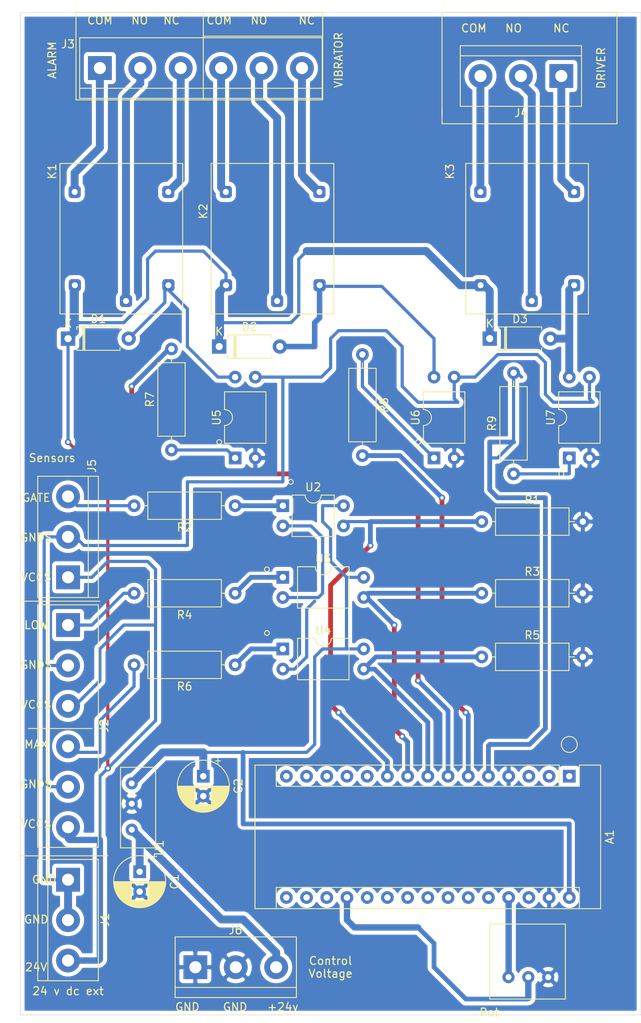
<source format=kicad_pcb>
(kicad_pcb (version 20171130) (host pcbnew "(5.1.5)-3")
  (layers (0 F.Cu signal) (31 B.Cu signal) (34 B.Paste user) (35 F.Paste user) (36 B.SilkS user) (37 F.SilkS user) (38 B.Mask user) (39 F.Mask user) (44 Edge.Cuts user))
  (net 0 "")
  (net 1 "Net-(A1-Pad19)")
  (net 2 GND)
  (net 3 "Net-(A1-Pad5)")
  (net 4 "Net-(A1-Pad6)")
  (net 5 "Net-(A1-Pad7)")
  (net 6 "Net-(A1-Pad8)")
  (net 7 "Net-(A1-Pad9)")
  (net 8 "Net-(A1-Pad10)")
  (net 9 5vref)
  (net 10 +5V)
  (net 11 24VEXT)
  (net 12 "Net-(D1-Pad2)")
  (net 13 "Net-(D2-Pad2)")
  (net 14 "Net-(D3-Pad2)")
  (net 15 GNDEX)
  (net 16 GND_S)
  (net 17 LOW_S)
  (net 18 GATE_S)
  (net 19 MAX_S)
  (net 20 "Net-(J3-Pad6)")
  (net 21 "Net-(J3-Pad5)")
  (net 22 "Net-(J3-Pad4)")
  (net 23 "Net-(J3-Pad1)")
  (net 24 "Net-(J3-Pad3)")
  (net 25 "Net-(J3-Pad2)")
  (net 26 "Net-(J4-Pad1)")
  (net 27 "Net-(J4-Pad2)")
  (net 28 "Net-(J4-Pad3)")
  (net 29 "Net-(R2-Pad1)")
  (net 30 "Net-(R4-Pad1)")
  (net 31 "Net-(R6-Pad1)")
  (net 32 "Net-(R7-Pad1)")
  (net 33 "Net-(R8-Pad1)")
  (net 34 "Net-(R9-Pad1)")
  (net 35 "Net-(C1-Pad1)")
  (module TerminalBlock:TerminalBlock_bornier-6_P5.08mm (layer F.Cu) (at 20 93 270)
    (fp_text reference J2 (at 12.65 -4.55 270) (layer F.SilkS))
    (fp_text value Screw_Terminal_01x06)
    (pad 2 thru_hole circle (at 5.08 0 270) (size 3 3) (drill 1.52) (layers *.Cu *.Mask) (net 15 GNDEX))
    (pad 3 thru_hole circle (at 10.16 0 270) (size 3 3) (drill 1.52) (layers *.Cu *.Mask) (net 11 24VEXT))
    (pad 1 thru_hole rect (at 0 0 270) (size 3 3) (drill 1.52) (layers *.Cu *.Mask) (net 17 LOW_S))
    (pad 4 thru_hole circle (at 15.24 0 270) (size 3 3) (drill 1.52) (layers *.Cu *.Mask) (net 19 MAX_S))
    (pad 5 thru_hole circle (at 20.32 0 270) (size 3 3) (drill 1.52) (layers *.Cu *.Mask) (net 15 GNDEX))
    (pad 6 thru_hole circle (at 25.4 0 270) (size 3 3) (drill 1.52) (layers *.Cu *.Mask) (net 11 24VEXT))
  )
  (module Capacitor_THT:CP_Radial_D6.3mm_P2.50mm (layer F.Cu) (at 37 112 270)
    (fp_text reference C2 (at 1.25 -4.4 270) (layer F.SilkS))
    (fp_text value 0.1uf)
    (pad 2 thru_hole circle (at 2.5 0 270) (size 1.6 1.6) (drill 0.8) (layers *.Cu *.Mask) (net 2 GND))
    (pad 1 thru_hole rect (at 0 0 270) (size 1.6 1.6) (drill 0.8) (layers *.Cu *.Mask) (net 10 +5V))
  )
  (module Capacitor_THT:CP_Radial_D6.3mm_P2.50mm (layer F.Cu) (at 29 124 270)
    (fp_text reference C1 (at 1.25 -4.4 270) (layer F.SilkS))
    (fp_text value 0.34uf)
    (pad 2 thru_hole circle (at 2.5 0 270) (size 1.6 1.6) (drill 0.8) (layers *.Cu *.Mask) (net 2 GND))
    (pad 1 thru_hole rect (at 0 0 270) (size 1.6 1.6) (drill 0.8) (layers *.Cu *.Mask) (net 35 "Net-(C1-Pad1)"))
  )
  (module Package_DIP:DIP-4_W7.62mm (layer F.Cu) (at 47 78)
    (fp_text reference U2 (at 3.81 -2.33) (layer F.SilkS))
    (fp_text value SFH617A-2X016)
    (pad 4 thru_hole oval (at 7.62 0) (size 1.6 1.6) (drill 0.8) (layers *.Cu *.Mask) (net 10 +5V))
    (pad 2 thru_hole oval (at 0 2.54) (size 1.6 1.6) (drill 0.8) (layers *.Cu *.Mask) (net 16 GND_S))
    (pad 3 thru_hole oval (at 7.62 2.54) (size 1.6 1.6) (drill 0.8) (layers *.Cu *.Mask) (net 8 "Net-(A1-Pad10)"))
    (pad 1 thru_hole rect (at 0 0) (size 1.6 1.6) (drill 0.8) (layers *.Cu *.Mask) (net 29 "Net-(R2-Pad1)"))
  )
  (module TerminalBlock:TerminalBlock_bornier-3_P5.08mm (layer F.Cu) (at 36 136)
    (fp_text reference J6 (at 5.05 -4.65) (layer F.SilkS))
    (fp_text value Screw_Terminal_01x03)
    (pad 3 thru_hole circle (at 10.16 0) (size 3 3) (drill 1.52) (layers *.Cu *.Mask) (net 35 "Net-(C1-Pad1)"))
    (pad 2 thru_hole circle (at 5.08 0) (size 3 3) (drill 1.52) (layers *.Cu *.Mask) (net 2 GND))
    (pad 1 thru_hole rect (at 0 0) (size 3 3) (drill 1.52) (layers *.Cu *.Mask) (net 2 GND))
  )
  (module Module:Arduino_Nano (layer F.Cu) (at 83 112 270)
    (fp_text reference A1 (at 7.62 -5.08 270) (layer F.SilkS))
    (fp_text value Arduino_Nano_v3.x)
    (pad 1 thru_hole rect (at 0 0 270) (size 1.6 1.6) (drill 0.8) (layers *.Cu *.Mask))
    (pad 17 thru_hole oval (at 15.24 33.02 270) (size 1.6 1.6) (drill 0.8) (layers *.Cu *.Mask))
    (pad 2 thru_hole oval (at 0 2.54 270) (size 1.6 1.6) (drill 0.8) (layers *.Cu *.Mask))
    (pad 18 thru_hole oval (at 15.24 30.48 270) (size 1.6 1.6) (drill 0.8) (layers *.Cu *.Mask))
    (pad 3 thru_hole oval (at 0 5.08 270) (size 1.6 1.6) (drill 0.8) (layers *.Cu *.Mask))
    (pad 19 thru_hole oval (at 15.24 27.94 270) (size 1.6 1.6) (drill 0.8) (layers *.Cu *.Mask) (net 1 "Net-(A1-Pad19)"))
    (pad 4 thru_hole oval (at 0 7.62 270) (size 1.6 1.6) (drill 0.8) (layers *.Cu *.Mask) (net 2 GND))
    (pad 20 thru_hole oval (at 15.24 25.4 270) (size 1.6 1.6) (drill 0.8) (layers *.Cu *.Mask))
    (pad 5 thru_hole oval (at 0 10.16 270) (size 1.6 1.6) (drill 0.8) (layers *.Cu *.Mask) (net 3 "Net-(A1-Pad5)"))
    (pad 21 thru_hole oval (at 15.24 22.86 270) (size 1.6 1.6) (drill 0.8) (layers *.Cu *.Mask))
    (pad 6 thru_hole oval (at 0 12.7 270) (size 1.6 1.6) (drill 0.8) (layers *.Cu *.Mask) (net 4 "Net-(A1-Pad6)"))
    (pad 22 thru_hole oval (at 15.24 20.32 270) (size 1.6 1.6) (drill 0.8) (layers *.Cu *.Mask))
    (pad 7 thru_hole oval (at 0 15.24 270) (size 1.6 1.6) (drill 0.8) (layers *.Cu *.Mask) (net 5 "Net-(A1-Pad7)"))
    (pad 23 thru_hole oval (at 15.24 17.78 270) (size 1.6 1.6) (drill 0.8) (layers *.Cu *.Mask))
    (pad 8 thru_hole oval (at 0 17.78 270) (size 1.6 1.6) (drill 0.8) (layers *.Cu *.Mask) (net 6 "Net-(A1-Pad8)"))
    (pad 24 thru_hole oval (at 15.24 15.24 270) (size 1.6 1.6) (drill 0.8) (layers *.Cu *.Mask))
    (pad 9 thru_hole oval (at 0 20.32 270) (size 1.6 1.6) (drill 0.8) (layers *.Cu *.Mask) (net 7 "Net-(A1-Pad9)"))
    (pad 25 thru_hole oval (at 15.24 12.7 270) (size 1.6 1.6) (drill 0.8) (layers *.Cu *.Mask))
    (pad 10 thru_hole oval (at 0 22.86 270) (size 1.6 1.6) (drill 0.8) (layers *.Cu *.Mask) (net 8 "Net-(A1-Pad10)"))
    (pad 26 thru_hole oval (at 15.24 10.16 270) (size 1.6 1.6) (drill 0.8) (layers *.Cu *.Mask))
    (pad 11 thru_hole oval (at 0 25.4 270) (size 1.6 1.6) (drill 0.8) (layers *.Cu *.Mask))
    (pad 27 thru_hole oval (at 15.24 7.62 270) (size 1.6 1.6) (drill 0.8) (layers *.Cu *.Mask) (net 9 5vref))
    (pad 12 thru_hole oval (at 0 27.94 270) (size 1.6 1.6) (drill 0.8) (layers *.Cu *.Mask))
    (pad 28 thru_hole oval (at 15.24 5.08 270) (size 1.6 1.6) (drill 0.8) (layers *.Cu *.Mask))
    (pad 13 thru_hole oval (at 0 30.48 270) (size 1.6 1.6) (drill 0.8) (layers *.Cu *.Mask))
    (pad 29 thru_hole oval (at 15.24 2.54 270) (size 1.6 1.6) (drill 0.8) (layers *.Cu *.Mask) (net 2 GND))
    (pad 14 thru_hole oval (at 0 33.02 270) (size 1.6 1.6) (drill 0.8) (layers *.Cu *.Mask))
    (pad 30 thru_hole oval (at 15.24 0 270) (size 1.6 1.6) (drill 0.8) (layers *.Cu *.Mask) (net 10 +5V))
    (pad 15 thru_hole oval (at 0 35.56 270) (size 1.6 1.6) (drill 0.8) (layers *.Cu *.Mask))
    (pad 16 thru_hole oval (at 15.24 35.56 270) (size 1.6 1.6) (drill 0.8) (layers *.Cu *.Mask))
  )
  (module TerminalBlock:TerminalBlock_bornier-3_P5.08mm (layer F.Cu) (at 20 87 90)
    (fp_text reference J5 (at 14 3 90) (layer F.SilkS))
    (fp_text value Screw_Terminal_01x03)
    (pad 3 thru_hole circle (at 10.16 0 90) (size 3 3) (drill 1.52) (layers *.Cu *.Mask) (net 18 GATE_S))
    (pad 2 thru_hole circle (at 5.08 0 90) (size 3 3) (drill 1.52) (layers *.Cu *.Mask) (net 15 GNDEX))
    (pad 1 thru_hole rect (at 0 0 90) (size 3 3) (drill 1.52) (layers *.Cu *.Mask) (net 11 24VEXT))
  )
  (module Fernando_library:SRD-24VDC-SL-C (layer F.Cu) (at 38 35 270)
    (fp_text reference K2 (at 6 1 270) (layer F.SilkS))
    (fp_text value Vibrator)
    (pad 2 thru_hole roundrect (at 3.5687 -1.8288 270) (size 1.524 1.524) (drill 0.762) (layers *.Cu *.Mask) (net 22 "Net-(J3-Pad4)"))
    (pad 5 thru_hole roundrect (at 15.2908 -1.8542 270) (size 1.524 1.524) (drill 0.762) (layers *.Cu *.Mask) (net 11 24VEXT))
    (pad 3 thru_hole roundrect (at 15.2908 -13.6144 270) (size 1.524 1.524) (drill 0.762) (layers *.Cu *.Mask) (net 13 "Net-(D2-Pad2)"))
    (pad 1 thru_hole roundrect (at 3.5687 -13.6017 270) (size 1.524 1.524) (drill 0.762) (layers *.Cu *.Mask) (net 20 "Net-(J3-Pad6)"))
    (pad 4 thru_hole roundrect (at 17.272 -8.2804 270) (size 1.524 1.524) (drill 0.762) (layers *.Cu *.Mask) (net 21 "Net-(J3-Pad5)"))
  )
  (module Fernando_library:SRD-24VDC-SL-C (layer F.Cu) (at 19 35 270)
    (fp_text reference K1 (at 1 1 270) (layer F.SilkS))
    (fp_text value Alarm)
    (pad 4 thru_hole roundrect (at 17.272 -8.2804 270) (size 1.524 1.524) (drill 0.762) (layers *.Cu *.Mask) (net 25 "Net-(J3-Pad2)"))
    (pad 1 thru_hole roundrect (at 3.5687 -13.6017 270) (size 1.524 1.524) (drill 0.762) (layers *.Cu *.Mask) (net 24 "Net-(J3-Pad3)"))
    (pad 3 thru_hole roundrect (at 15.2908 -13.6144 270) (size 1.524 1.524) (drill 0.762) (layers *.Cu *.Mask) (net 12 "Net-(D1-Pad2)"))
    (pad 5 thru_hole roundrect (at 15.2908 -1.8542 270) (size 1.524 1.524) (drill 0.762) (layers *.Cu *.Mask) (net 11 24VEXT))
    (pad 2 thru_hole roundrect (at 3.5687 -1.8288 270) (size 1.524 1.524) (drill 0.762) (layers *.Cu *.Mask) (net 23 "Net-(J3-Pad1)"))
  )
  (module Diode_THT:D_A-405_P7.62mm_Horizontal (layer F.Cu) (at 73 57)
    (fp_text reference D3 (at 3.81 -2.47) (layer F.SilkS))
    (fp_text value D)
    (fp_text user K (at 0 -1.9) (layer F.SilkS))
    (pad 1 thru_hole rect (at 0 0) (size 1.8 1.8) (drill 0.9) (layers *.Cu *.Mask) (net 11 24VEXT))
    (pad 2 thru_hole oval (at 7.62 0) (size 1.8 1.8) (drill 0.9) (layers *.Cu *.Mask) (net 14 "Net-(D3-Pad2)"))
  )
  (module Fernando_library:SRD-24VDC-SL-C (layer F.Cu) (at 70 35 270)
    (fp_text reference K3 (at 1 2 270) (layer F.SilkS))
    (fp_text value "Start Driver")
    (pad 4 thru_hole roundrect (at 17.272 -8.2804 270) (size 1.524 1.524) (drill 0.762) (layers *.Cu *.Mask) (net 27 "Net-(J4-Pad2)"))
    (pad 1 thru_hole roundrect (at 3.5687 -13.6017 270) (size 1.524 1.524) (drill 0.762) (layers *.Cu *.Mask) (net 26 "Net-(J4-Pad1)"))
    (pad 3 thru_hole roundrect (at 15.2908 -13.6144 270) (size 1.524 1.524) (drill 0.762) (layers *.Cu *.Mask) (net 14 "Net-(D3-Pad2)"))
    (pad 5 thru_hole roundrect (at 15.2908 -1.8542 270) (size 1.524 1.524) (drill 0.762) (layers *.Cu *.Mask) (net 11 24VEXT))
    (pad 2 thru_hole roundrect (at 3.5687 -1.8288 270) (size 1.524 1.524) (drill 0.762) (layers *.Cu *.Mask) (net 28 "Net-(J4-Pad3)"))
  )
  (module TerminalBlock:TerminalBlock_bornier-3_P5.08mm (layer F.Cu) (at 82 24 180)
    (fp_text reference J4 (at 5.05 -4.65 180) (layer F.SilkS))
    (fp_text value Screw_Terminal_01x03)
    (pad 1 thru_hole rect (at 0 0 180) (size 3 3) (drill 1.52) (layers *.Cu *.Mask) (net 26 "Net-(J4-Pad1)"))
    (pad 2 thru_hole circle (at 5.08 0 180) (size 3 3) (drill 1.52) (layers *.Cu *.Mask) (net 27 "Net-(J4-Pad2)"))
    (pad 3 thru_hole circle (at 10.16 0 180) (size 3 3) (drill 1.52) (layers *.Cu *.Mask) (net 28 "Net-(J4-Pad3)"))
  )
  (module Resistor_THT:R_Axial_DIN0309_L9.0mm_D3.2mm_P12.70mm_Horizontal (layer F.Cu) (at 76 74 90)
    (fp_text reference R9 (at 6.35 -2.72 90) (layer F.SilkS))
    (fp_text value 1k)
    (pad 2 thru_hole oval (at 12.7 0 90) (size 1.6 1.6) (drill 0.8) (layers *.Cu *.Mask) (net 3 "Net-(A1-Pad5)"))
    (pad 1 thru_hole circle (at 0 0 90) (size 1.6 1.6) (drill 0.8) (layers *.Cu *.Mask) (net 34 "Net-(R9-Pad1)"))
  )
  (module Resistor_THT:R_Axial_DIN0309_L9.0mm_D3.2mm_P12.70mm_Horizontal (layer F.Cu) (at 57 59 270)
    (fp_text reference R8 (at 6.35 -2.72 270) (layer F.SilkS))
    (fp_text value 1k)
    (pad 2 thru_hole oval (at 12.7 0 270) (size 1.6 1.6) (drill 0.8) (layers *.Cu *.Mask) (net 4 "Net-(A1-Pad6)"))
    (pad 1 thru_hole circle (at 0 0 270) (size 1.6 1.6) (drill 0.8) (layers *.Cu *.Mask) (net 33 "Net-(R8-Pad1)"))
  )
  (module Resistor_THT:R_Axial_DIN0309_L9.0mm_D3.2mm_P12.70mm_Horizontal (layer F.Cu) (at 33 71 90)
    (fp_text reference R7 (at 6.35 -2.72 90) (layer F.SilkS))
    (fp_text value 1k)
    (pad 2 thru_hole oval (at 12.7 0 90) (size 1.6 1.6) (drill 0.8) (layers *.Cu *.Mask) (net 5 "Net-(A1-Pad7)"))
    (pad 1 thru_hole circle (at 0 0 90) (size 1.6 1.6) (drill 0.8) (layers *.Cu *.Mask) (net 32 "Net-(R7-Pad1)"))
  )
  (module Resistor_THT:R_Axial_DIN0309_L9.0mm_D3.2mm_P12.70mm_Horizontal (layer F.Cu) (at 41 98 180)
    (fp_text reference R6 (at 6.35 -2.72) (layer F.SilkS))
    (fp_text value 1k)
    (pad 2 thru_hole oval (at 12.7 0 180) (size 1.6 1.6) (drill 0.8) (layers *.Cu *.Mask) (net 19 MAX_S))
    (pad 1 thru_hole circle (at 0 0 180) (size 1.6 1.6) (drill 0.8) (layers *.Cu *.Mask) (net 31 "Net-(R6-Pad1)"))
  )
  (module Resistor_THT:R_Axial_DIN0309_L9.0mm_D3.2mm_P12.70mm_Horizontal (layer F.Cu) (at 72 97)
    (fp_text reference R5 (at 6.35 -2.72 180) (layer F.SilkS))
    (fp_text value 1k)
    (pad 2 thru_hole oval (at 12.7 0) (size 1.6 1.6) (drill 0.8) (layers *.Cu *.Mask) (net 2 GND))
    (pad 1 thru_hole circle (at 0 0) (size 1.6 1.6) (drill 0.8) (layers *.Cu *.Mask) (net 6 "Net-(A1-Pad8)"))
  )
  (module Resistor_THT:R_Axial_DIN0309_L9.0mm_D3.2mm_P12.70mm_Horizontal (layer F.Cu) (at 41 89 180)
    (fp_text reference R4 (at 6.35 -2.72) (layer F.SilkS))
    (fp_text value 1k)
    (pad 2 thru_hole oval (at 12.7 0 180) (size 1.6 1.6) (drill 0.8) (layers *.Cu *.Mask) (net 17 LOW_S))
    (pad 1 thru_hole circle (at 0 0 180) (size 1.6 1.6) (drill 0.8) (layers *.Cu *.Mask) (net 30 "Net-(R4-Pad1)"))
  )
  (module Resistor_THT:R_Axial_DIN0309_L9.0mm_D3.2mm_P12.70mm_Horizontal (layer F.Cu) (at 72 89)
    (fp_text reference R3 (at 6.35 -2.72 180) (layer F.SilkS))
    (fp_text value 1k)
    (pad 2 thru_hole oval (at 12.7 0) (size 1.6 1.6) (drill 0.8) (layers *.Cu *.Mask) (net 2 GND))
    (pad 1 thru_hole circle (at 0 0) (size 1.6 1.6) (drill 0.8) (layers *.Cu *.Mask) (net 7 "Net-(A1-Pad9)"))
  )
  (module Resistor_THT:R_Axial_DIN0309_L9.0mm_D3.2mm_P12.70mm_Horizontal (layer F.Cu) (at 41 78 180)
    (fp_text reference R2 (at 6.35 -2.72) (layer F.SilkS))
    (fp_text value 1k)
    (pad 2 thru_hole oval (at 12.7 0 180) (size 1.6 1.6) (drill 0.8) (layers *.Cu *.Mask) (net 18 GATE_S))
    (pad 1 thru_hole circle (at 0 0 180) (size 1.6 1.6) (drill 0.8) (layers *.Cu *.Mask) (net 29 "Net-(R2-Pad1)"))
  )
  (module TerminalBlock:TerminalBlock_bornier-3_P5.08mm (layer F.Cu) (at 20 125 270)
    (fp_text reference J1 (at 5.05 -4.65 270) (layer F.SilkS))
    (fp_text value Screw_Terminal_01x03)
    (pad 3 thru_hole circle (at 10.16 0 270) (size 3 3) (drill 1.52) (layers *.Cu *.Mask) (net 11 24VEXT))
    (pad 2 thru_hole circle (at 5.08 0 270) (size 3 3) (drill 1.52) (layers *.Cu *.Mask) (net 15 GNDEX))
    (pad 1 thru_hole rect (at 0 0 270) (size 3 3) (drill 1.52) (layers *.Cu *.Mask) (net 15 GNDEX))
  )
  (module TerminalBlock:TerminalBlock_bornier-6_P5.08mm (layer F.Cu) (at 24 23)
    (fp_text reference J3 (at -4 -3) (layer F.SilkS))
    (fp_text value Screw_Terminal_01x06)
    (pad 6 thru_hole circle (at 25.4 0) (size 3 3) (drill 1.52) (layers *.Cu *.Mask) (net 20 "Net-(J3-Pad6)"))
    (pad 5 thru_hole circle (at 20.32 0) (size 3 3) (drill 1.52) (layers *.Cu *.Mask) (net 21 "Net-(J3-Pad5)"))
    (pad 4 thru_hole circle (at 15.24 0) (size 3 3) (drill 1.52) (layers *.Cu *.Mask) (net 22 "Net-(J3-Pad4)"))
    (pad 1 thru_hole rect (at 0 0) (size 3 3) (drill 1.52) (layers *.Cu *.Mask) (net 23 "Net-(J3-Pad1)"))
    (pad 3 thru_hole circle (at 10.16 0) (size 3 3) (drill 1.52) (layers *.Cu *.Mask) (net 24 "Net-(J3-Pad3)"))
    (pad 2 thru_hole circle (at 5.08 0) (size 3 3) (drill 1.52) (layers *.Cu *.Mask) (net 25 "Net-(J3-Pad2)"))
  )
  (module Fernando_library:pot_f (layer F.Cu) (at 73 140)
    (fp_text reference Pot (at -0.0508 1.6764) (layer F.SilkS))
    (fp_text value 10k)
    (pad 3 thru_hole circle (at 7.3533 -2.7559) (size 1.524 1.524) (drill 0.762) (layers *.Cu *.Mask) (net 2 GND))
    (pad 2 thru_hole circle (at 4.8514 -2.7559) (size 1.524 1.524) (drill 0.762) (layers *.Cu *.Mask) (net 1 "Net-(A1-Pad19)"))
    (pad 1 thru_hole circle (at 2.3622 -2.7559) (size 1.524 1.524) (drill 0.762) (layers *.Cu *.Mask) (net 9 5vref))
  )
  (module Fernando_library:Regulator7805 (layer F.Cu) (at 31 121 90)
    (fp_text reference U1 (at 0 0.5 90) (layer F.SilkS))
    (fp_text value L7805 hide)
    (pad 3 thru_hole circle (at 8.1026 -2.9972 90) (size 1.524 1.524) (drill 0.762) (layers *.Cu *.Mask) (net 10 +5V))
    (pad 2 thru_hole circle (at 5.5499 -2.9972 90) (size 1.524 1.524) (drill 0.762) (layers *.Cu *.Mask) (net 2 GND))
    (pad 1 thru_hole circle (at 2.286 -2.9972 90) (size 1.524 1.524) (drill 0.762) (layers *.Cu *.Mask) (net 35 "Net-(C1-Pad1)"))
  )
  (module Package_DIP:DIP-4_W10.16mm (layer F.Cu) (at 47 87)
    (fp_text reference U3 (at 5.08 -2.33) (layer F.SilkS))
    (fp_text value SFH617A-2X016)
    (pad 1 thru_hole rect (at 0 0) (size 1.6 1.6) (drill 0.8) (layers *.Cu *.Mask) (net 30 "Net-(R4-Pad1)"))
    (pad 3 thru_hole oval (at 10.16 2.54) (size 1.6 1.6) (drill 0.8) (layers *.Cu *.Mask) (net 7 "Net-(A1-Pad9)"))
    (pad 2 thru_hole oval (at 0 2.54) (size 1.6 1.6) (drill 0.8) (layers *.Cu *.Mask) (net 16 GND_S))
    (pad 4 thru_hole oval (at 10.16 0) (size 1.6 1.6) (drill 0.8) (layers *.Cu *.Mask) (net 10 +5V))
  )
  (module Package_DIP:DIP-4_W10.16mm (layer F.Cu) (at 47 96)
    (fp_text reference U4 (at 5.08 -2.33) (layer F.SilkS))
    (fp_text value SFH617A-2X016)
    (pad 4 thru_hole oval (at 10.16 0) (size 1.6 1.6) (drill 0.8) (layers *.Cu *.Mask) (net 10 +5V))
    (pad 2 thru_hole oval (at 0 2.54) (size 1.6 1.6) (drill 0.8) (layers *.Cu *.Mask) (net 16 GND_S))
    (pad 3 thru_hole oval (at 10.16 2.54) (size 1.6 1.6) (drill 0.8) (layers *.Cu *.Mask) (net 6 "Net-(A1-Pad8)"))
    (pad 1 thru_hole rect (at 0 0) (size 1.6 1.6) (drill 0.8) (layers *.Cu *.Mask) (net 31 "Net-(R6-Pad1)"))
  )
  (module Package_DIP:DIP-4_W10.16mm (layer F.Cu) (at 41 72 90)
    (fp_text reference U5 (at 5.08 -2.33 90) (layer F.SilkS))
    (fp_text value SFH617A-2X016)
    (pad 1 thru_hole rect (at 0 0 90) (size 1.6 1.6) (drill 0.8) (layers *.Cu *.Mask) (net 32 "Net-(R7-Pad1)"))
    (pad 3 thru_hole oval (at 10.16 2.54 90) (size 1.6 1.6) (drill 0.8) (layers *.Cu *.Mask) (net 15 GNDEX))
    (pad 2 thru_hole oval (at 0 2.54 90) (size 1.6 1.6) (drill 0.8) (layers *.Cu *.Mask) (net 2 GND))
    (pad 4 thru_hole oval (at 10.16 0 90) (size 1.6 1.6) (drill 0.8) (layers *.Cu *.Mask) (net 12 "Net-(D1-Pad2)"))
  )
  (module Package_DIP:DIP-4_W10.16mm (layer F.Cu) (at 66 72 90)
    (fp_text reference U6 (at 5.08 -2.33 90) (layer F.SilkS))
    (fp_text value SFH617A-2X016)
    (pad 4 thru_hole oval (at 10.16 0 90) (size 1.6 1.6) (drill 0.8) (layers *.Cu *.Mask) (net 13 "Net-(D2-Pad2)"))
    (pad 2 thru_hole oval (at 0 2.54 90) (size 1.6 1.6) (drill 0.8) (layers *.Cu *.Mask) (net 2 GND))
    (pad 3 thru_hole oval (at 10.16 2.54 90) (size 1.6 1.6) (drill 0.8) (layers *.Cu *.Mask) (net 15 GNDEX))
    (pad 1 thru_hole rect (at 0 0 90) (size 1.6 1.6) (drill 0.8) (layers *.Cu *.Mask) (net 33 "Net-(R8-Pad1)"))
  )
  (module Package_DIP:DIP-4_W10.16mm (layer F.Cu) (at 83 72 90)
    (fp_text reference U7 (at 5.08 -2.33 90) (layer F.SilkS))
    (fp_text value SFH617A-2X016)
    (pad 1 thru_hole rect (at 0 0 90) (size 1.6 1.6) (drill 0.8) (layers *.Cu *.Mask) (net 34 "Net-(R9-Pad1)"))
    (pad 3 thru_hole oval (at 10.16 2.54 90) (size 1.6 1.6) (drill 0.8) (layers *.Cu *.Mask) (net 15 GNDEX))
    (pad 2 thru_hole oval (at 0 2.54 90) (size 1.6 1.6) (drill 0.8) (layers *.Cu *.Mask) (net 2 GND))
    (pad 4 thru_hole oval (at 10.16 0 90) (size 1.6 1.6) (drill 0.8) (layers *.Cu *.Mask) (net 14 "Net-(D3-Pad2)"))
  )
  (module Diode_THT:D_A-405_P7.62mm_Horizontal (layer F.Cu) (at 20 57)
    (fp_text reference D1 (at 3.81 -2.47) (layer F.SilkS))
    (fp_text value D)
    (fp_text user K (at 0 -1.9) (layer F.SilkS))
    (pad 1 thru_hole rect (at 0 0) (size 1.8 1.8) (drill 0.9) (layers *.Cu *.Mask) (net 11 24VEXT))
    (pad 2 thru_hole oval (at 7.62 0) (size 1.8 1.8) (drill 0.9) (layers *.Cu *.Mask) (net 12 "Net-(D1-Pad2)"))
  )
  (module Diode_THT:D_A-405_P7.62mm_Horizontal (layer F.Cu) (at 39 58)
    (fp_text reference D2 (at 3.81 -2.47) (layer F.SilkS))
    (fp_text value D)
    (fp_text user K (at 0 -1.9) (layer F.SilkS))
    (pad 2 thru_hole oval (at 7.62 0) (size 1.8 1.8) (drill 0.9) (layers *.Cu *.Mask) (net 13 "Net-(D2-Pad2)"))
    (pad 1 thru_hole rect (at 0 0) (size 1.8 1.8) (drill 0.9) (layers *.Cu *.Mask) (net 11 24VEXT))
  )
  (module Resistor_THT:R_Axial_DIN0309_L9.0mm_D3.2mm_P12.70mm_Horizontal (layer F.Cu) (at 72 80)
    (fp_text reference R1 (at 6.35 -2.72 -180) (layer F.SilkS))
    (fp_text value 1k)
    (pad 1 thru_hole circle (at 0 0) (size 1.6 1.6) (drill 0.8) (layers *.Cu *.Mask) (net 8 "Net-(A1-Pad10)"))
    (pad 2 thru_hole oval (at 12.7 0) (size 1.6 1.6) (drill 0.8) (layers *.Cu *.Mask) (net 2 GND))
  )
  (gr_text GND (at 35 141) (layer F.SilkS) (effects (font (size 1 1))))
  (gr_text GND (at 41 141) (layer F.SilkS) (effects (font (size 1 1))))
  (gr_text +24v (at 47 141) (layer F.SilkS) (effects (font (size 1 1))))
  (gr_text "Control\nVoltage" (at 53 136) (layer F.SilkS) (effects (font (size 1 1))))
  (gr_circle (center 45 94) (end 45.3 94) (layer F.SilkS) (width 0.12))
  (gr_circle (center 45 86) (end 45.3 86) (layer F.SilkS) (width 0.12))
  (gr_circle (center 48 75) (end 48.3 75) (layer F.SilkS) (width 0.12))
  (gr_circle (center 39 70) (end 39.3 70) (layer F.SilkS) (width 0.12))
  (gr_circle (center 64 70) (end 64.3 70) (layer F.SilkS) (width 0.12))
  (gr_circle (center 82 74) (end 82.3 74) (layer F.SilkS) (width 0.12))
  (gr_line (start 25 122) (end 14 122) (angle 90) (layer F.SilkS) (width 0.12))
  (gr_line (start 24 90) (end 14 90) (angle 90) (layer F.SilkS) (width 0.12))
  (gr_text VCCS (at 16 87) (layer F.SilkS) (effects (font (size 1 1))))
  (gr_text VCCS (at 16 103) (layer F.SilkS) (effects (font (size 1 1))))
  (gr_text VCCS (at 16 118) (layer F.SilkS) (effects (font (size 1 1))))
  (gr_text GNDS (at 16 82) (layer F.SilkS) (effects (font (size 1 1))))
  (gr_text GNDS (at 16 98) (layer F.SilkS) (effects (font (size 1 1))))
  (gr_text GNDS (at 16 113) (layer F.SilkS) (effects (font (size 1 1))))
  (gr_line (start 15 106) (end 23 106) (angle 90) (layer F.SilkS) (width 0.12))
  (gr_line (start 67 30) (end 67 28) (angle 90) (layer F.SilkS) (width 0.12))
  (gr_line (start 89 30) (end 67 30) (angle 90) (layer F.SilkS) (width 0.12))
  (gr_line (start 89 16) (end 89 30) (angle 90) (layer F.SilkS) (width 0.12))
  (gr_line (start 67 16) (end 89 16) (angle 90) (layer F.SilkS) (width 0.12))
  (gr_line (start 67 29) (end 67 16) (angle 90) (layer F.SilkS) (width 0.12))
  (gr_line (start 37 16) (end 37 27) (angle 90) (layer F.SilkS) (width 0.12))
  (gr_line (start 52 27) (end 52 16) (angle 90) (layer F.SilkS) (width 0.12))
  (gr_line (start 21 27) (end 52 27) (angle 90) (layer F.SilkS) (width 0.12))
  (gr_line (start 21 16) (end 21 27) (angle 90) (layer F.SilkS) (width 0.12))
  (gr_line (start 52 16) (end 21 16) (angle 90) (layer F.SilkS) (width 0.12))
  (gr_line (start 52 27) (end 52 16) (angle 90) (layer F.SilkS) (width 0.12))
  (gr_text DRIVER (at 87 23 90) (layer F.SilkS) (effects (font (size 1 1))))
  (gr_text GATE (at 16 77) (layer F.SilkS) (effects (font (size 1 1))))
  (gr_text LOW (at 16 93) (layer F.SilkS) (effects (font (size 1 1))))
  (gr_text MAX (at 16 108) (layer F.SilkS) (effects (font (size 1 1))))
  (gr_text GND (at 17 125) (layer F.SilkS) (effects (font (size 1 1))))
  (gr_text GND (at 16 130) (layer F.SilkS) (effects (font (size 1 1))))
  (gr_text 24V (at 16 136) (layer F.SilkS) (effects (font (size 1 1))))
  (gr_text ALARM (at 18 22 90) (layer F.SilkS) (effects (font (size 1 1))))
  (gr_text VIBRATOR (at 54 22 90) (layer F.SilkS) (effects (font (size 1 1))))
  (gr_line (start 37 16) (end 37 17) (angle 90) (layer F.SilkS) (width 0.12))
  (gr_line (start 52 16) (end 37 16) (angle 90) (layer F.SilkS) (width 0.12))
  (gr_line (start 52 19) (end 52 16) (angle 90) (layer F.SilkS) (width 0.12))
  (gr_line (start 37 19) (end 52 19) (angle 90) (layer F.SilkS) (width 0.12))
  (gr_line (start 37 17) (end 37 19) (angle 90) (layer F.SilkS) (width 0.12))
  (gr_text NC (at 33 17) (layer F.SilkS) (effects (font (size 1 1))))
  (gr_text NO (at 29 17) (layer F.SilkS) (effects (font (size 1 1))))
  (gr_text COM (at 24 17) (layer F.SilkS) (effects (font (size 1 1))))
  (gr_text NC (at 50 17) (layer F.SilkS) (effects (font (size 1 1))))
  (gr_text NO (at 44 17) (layer F.SilkS) (effects (font (size 1 1))))
  (gr_text COM (at 39 17) (layer F.SilkS) (effects (font (size 1 1))))
  (gr_text COM (at 71 18) (layer F.SilkS) (effects (font (size 1 1))))
  (gr_text NC (at 82 18) (layer F.SilkS) (effects (font (size 1 1))))
  (gr_text NO (at 76 18) (layer F.SilkS) (effects (font (size 1 1))))
  (gr_circle (center 83 108) (end 83 109) (layer F.SilkS) (width 0.12))
  (gr_line (start 92 142) (end 14 142) (angle 90) (layer Edge.Cuts) (width 0.05))
  (gr_line (start 92 16) (end 92 142) (angle 90) (layer Edge.Cuts) (width 0.05))
  (gr_line (start 14 16) (end 92 16) (angle 90) (layer Edge.Cuts) (width 0.05))
  (gr_line (start 14 142) (end 14 16) (angle 90) (layer Edge.Cuts) (width 0.05))
  (gr_line (start 31 142) (end 14 142) (angle 90) (layer Edge.Cuts) (width 0.05))
  (gr_text "24 v dc ext" (at 20 139) (layer F.SilkS) (effects (font (size 1 1))))
  (gr_text Sensors (at 18 72) (layer F.SilkS) (effects (font (size 1 1))))
  (gr_line (start 16 142) (end 14 142) (angle 90) (layer Edge.Cuts) (width 0.05))
  (gr_line (start 92 142) (end 14 142) (angle 90) (layer Edge.Cuts) (width 0.05))
  (gr_line (start 92 16) (end 92 142) (angle 90) (layer Edge.Cuts) (width 0.05))
  (gr_line (start 80 16) (end 92 16) (angle 90) (layer Edge.Cuts) (width 0.05))
  (gr_line (start 14 16) (end 80 16) (angle 90) (layer Edge.Cuts) (width 0.05))
  (gr_line (start 14 142) (end 14 16) (angle 90) (layer Edge.Cuts) (width 0.05))
  (segment (start 56 131) (end 55.06 130.06) (width 0.6) (layer B.Cu) (net 1))
  (segment (start 64 131) (end 56 131) (width 0.6) (layer B.Cu) (net 1))
  (segment (start 66 133) (end 64 131) (width 0.6) (layer B.Cu) (net 1))
  (segment (start 66 136) (end 66 133) (width 0.6) (layer B.Cu) (net 1))
  (segment (start 70 140) (end 66 136) (width 0.6) (layer B.Cu) (net 1))
  (segment (start 77.7028 140) (end 70 140) (width 0.6) (layer B.Cu) (net 1))
  (segment (start 77.8514 139.8514) (end 77.7028 140) (width 0.6) (layer B.Cu) (net 1))
  (segment (start 77.8514 137.2441) (end 77.8514 139.8514) (width 0.8) (layer B.Cu) (net 1))
  (segment (start 55.06 127.24) (end 55.06 130.06) (width 0.8) (layer B.Cu) (net 1))
  (segment (start 55.06 130.06) (end 56 131) (width 0.8) (layer B.Cu) (net 1))
  (segment (start 56 131) (end 64 131) (width 0.8) (layer B.Cu) (net 1))
  (segment (start 76.62 61.46) (end 77 61.84) (width 0.4) (layer B.Cu) (net 3))
  (segment (start 76 61.3) (end 76 70) (width 0.4) (layer B.Cu) (net 3))
  (segment (start 76 70) (end 74 72) (width 0.4) (layer B.Cu) (net 3))
  (segment (start 74 72) (end 73 72) (width 0.4) (layer B.Cu) (net 3))
  (segment (start 73 72) (end 74 72) (width 0.4) (layer B.Cu) (net 3))
  (segment (start 74 72) (end 76 70) (width 0.4) (layer B.Cu) (net 3))
  (segment (start 76 70) (end 73 70) (width 0.6) (layer B.Cu) (net 3))
  (segment (start 72.84 108.16) (end 72.84 112) (width 0.6) (layer B.Cu) (net 3))
  (segment (start 73 108) (end 72.84 108.16) (width 0.6) (layer B.Cu) (net 3))
  (segment (start 78 108) (end 73 108) (width 0.6) (layer B.Cu) (net 3))
  (segment (start 80 106) (end 78 108) (width 0.6) (layer B.Cu) (net 3))
  (segment (start 80 77) (end 80 106) (width 0.6) (layer B.Cu) (net 3))
  (segment (start 74 77) (end 80 77) (width 0.6) (layer B.Cu) (net 3))
  (segment (start 73 76) (end 74 77) (width 0.6) (layer B.Cu) (net 3))
  (segment (start 73 70) (end 73 76) (width 0.6) (layer B.Cu) (net 3))
  (segment (start 70.3 112) (end 70.3 104.3) (width 0.6) (layer B.Cu) (net 4))
  (segment (start 70.3 104.3) (end 70 104) (width 0.6) (layer B.Cu) (net 4))
  (via (at 70 104) (size 0.8) (drill 0.4) (layers F.Cu B.Cu) (net 4))
  (segment (start 70 104) (end 67 101) (width 0.6) (layer F.Cu) (net 4))
  (segment (start 67 101) (end 67 77) (width 0.6) (layer F.Cu) (net 4))
  (via (at 67 77) (size 0.8) (drill 0.4) (layers F.Cu B.Cu) (net 4))
  (segment (start 67 77) (end 61.7 71.7) (width 0.6) (layer B.Cu) (net 4))
  (segment (start 61.7 71.7) (end 57 71.7) (width 0.6) (layer B.Cu) (net 4))
  (segment (start 67.76 112) (end 67.76 103.76) (width 0.6) (layer B.Cu) (net 5))
  (segment (start 67.76 103.76) (end 64 100) (width 0.6) (layer B.Cu) (net 5))
  (via (at 64 100) (size 0.8) (drill 0.4) (layers F.Cu B.Cu) (net 5))
  (segment (start 64 100) (end 64 76) (width 0.6) (layer F.Cu) (net 5))
  (segment (start 64 76) (end 62 74) (width 0.6) (layer F.Cu) (net 5))
  (segment (start 62 74) (end 31 74) (width 0.6) (layer F.Cu) (net 5))
  (segment (start 31 74) (end 28 71) (width 0.6) (layer F.Cu) (net 5))
  (segment (start 28 71) (end 28 63) (width 0.6) (layer F.Cu) (net 5))
  (via (at 28 63) (size 0.8) (drill 0.4) (layers F.Cu B.Cu) (net 5))
  (segment (start 28 63) (end 32.7 58.3) (width 0.6) (layer B.Cu) (net 5))
  (segment (start 32.7 58.3) (end 33 58.3) (width 0.6) (layer B.Cu) (net 5))
  (segment (start 72 97) (end 58.7 97) (width 0.6) (layer B.Cu) (net 6))
  (segment (start 58.7 97) (end 57.16 98.54) (width 0.6) (layer B.Cu) (net 6))
  (segment (start 57.16 98.54) (end 58.54 98.54) (width 0.6) (layer B.Cu) (net 6))
  (segment (start 58.54 98.54) (end 65.22 105.22) (width 0.6) (layer B.Cu) (net 6))
  (segment (start 65.22 105.22) (end 65.22 112) (width 0.6) (layer B.Cu) (net 6))
  (segment (start 72 89) (end 57.7 89) (width 0.6) (layer B.Cu) (net 7))
  (segment (start 57.7 89) (end 57.16 89.54) (width 0.6) (layer B.Cu) (net 7))
  (segment (start 62.68 112) (end 62.68 107.68) (width 0.6) (layer B.Cu) (net 7))
  (segment (start 62.68 107.68) (end 62 107) (width 0.6) (layer B.Cu) (net 7))
  (via (at 62 107) (size 0.8) (drill 0.4) (layers F.Cu B.Cu) (net 7))
  (segment (start 62 107) (end 61 106) (width 0.6) (layer F.Cu) (net 7))
  (segment (start 61 106) (end 61 93) (width 0.6) (layer F.Cu) (net 7))
  (via (at 61 93) (size 0.8) (drill 0.4) (layers F.Cu B.Cu) (net 7))
  (segment (start 61 93) (end 57.54 89.54) (width 0.6) (layer B.Cu) (net 7))
  (segment (start 57.54 89.54) (end 57.16 89.54) (width 0.6) (layer B.Cu) (net 7))
  (segment (start 72 80) (end 58 80) (width 0.6) (layer B.Cu) (net 8))
  (segment (start 58 80) (end 55.16 80) (width 0.4) (layer B.Cu) (net 8))
  (segment (start 55.16 80) (end 54.62 80.54) (width 0.4) (layer B.Cu) (net 8))
  (segment (start 60.14 112) (end 60.14 110.14) (width 0.6) (layer B.Cu) (net 8))
  (segment (start 60.14 110.14) (end 54 104) (width 0.6) (layer B.Cu) (net 8))
  (via (at 54 104) (size 0.8) (drill 0.4) (layers F.Cu B.Cu) (net 8))
  (segment (start 54 104) (end 53 103) (width 0.6) (layer F.Cu) (net 8))
  (segment (start 53 103) (end 53 88) (width 0.6) (layer F.Cu) (net 8))
  (segment (start 53 88) (end 58 83) (width 0.6) (layer F.Cu) (net 8))
  (via (at 58 83) (size 0.8) (drill 0.4) (layers F.Cu B.Cu) (net 8))
  (segment (start 58 83) (end 58 80) (width 0.6) (layer B.Cu) (net 8))
  (segment (start 75.38 127.24) (end 75.38 137.2263) (width 0.8) (layer B.Cu) (net 9))
  (segment (start 75.38 137.2263) (end 75.3622 137.2441) (width 0.8) (layer B.Cu) (net 9))
  (segment (start 57.16 96) (end 55 96) (width 0.4) (layer B.Cu) (net 10))
  (segment (start 55 96) (end 52 96) (width 0.4) (layer B.Cu) (net 10))
  (segment (start 50 109) (end 42 109) (width 0.4) (layer B.Cu) (net 10))
  (segment (start 42 109) (end 37 109) (width 0.4) (layer B.Cu) (net 10))
  (segment (start 37 109) (end 36 109) (width 0.4) (layer B.Cu) (net 10))
  (segment (start 36 109) (end 33 109) (width 0.4) (layer B.Cu) (net 10))
  (segment (start 33 109) (end 31.9002 109) (width 0.4) (layer B.Cu) (net 10))
  (segment (start 51 108) (end 50 109) (width 0.4) (layer B.Cu) (net 10))
  (segment (start 51 97) (end 51 108) (width 0.4) (layer B.Cu) (net 10))
  (segment (start 52 96) (end 51 97) (width 0.4) (layer B.Cu) (net 10))
  (segment (start 57.16 87) (end 55 87) (width 0.4) (layer B.Cu) (net 10))
  (segment (start 55 87) (end 55 96) (width 0.4) (layer B.Cu) (net 10))
  (segment (start 54.62 78) (end 52 78) (width 0.4) (layer B.Cu) (net 10))
  (segment (start 53 85) (end 55 87) (width 0.4) (layer B.Cu) (net 10))
  (segment (start 53 81) (end 53 85) (width 0.4) (layer B.Cu) (net 10))
  (segment (start 52 80) (end 53 81) (width 0.4) (layer B.Cu) (net 10))
  (segment (start 52 79) (end 52 80) (width 0.4) (layer B.Cu) (net 10))
  (segment (start 52 78) (end 52 79) (width 0.4) (layer B.Cu) (net 10))
  (segment (start 37 112) (end 37 109) (width 1) (layer B.Cu) (net 10))
  (segment (start 28.0028 112.8974) (end 31.9002 109) (width 1) (layer B.Cu) (net 10))
  (segment (start 31.9002 109) (end 37 109) (width 1) (layer B.Cu) (net 10))
  (segment (start 83 127.24) (end 83 118) (width 0.6) (layer B.Cu) (net 10))
  (segment (start 42 118) (end 42 109) (width 0.6) (layer B.Cu) (net 10))
  (segment (start 83 118) (end 42 118) (width 0.6) (layer B.Cu) (net 10))
  (segment (start 20 57) (end 20 70) (width 0.4) (layer B.Cu) (net 11))
  (via (at 20 70) (size 0.8) (drill 0.4) (layers F.Cu B.Cu) (net 11))
  (segment (start 20 70) (end 21 71) (width 0.4) (layer F.Cu) (net 11))
  (segment (start 21 71) (end 24 71) (width 0.4) (layer F.Cu) (net 11))
  (segment (start 24 71) (end 25 72) (width 0.4) (layer F.Cu) (net 11))
  (segment (start 25 72) (end 25 111) (width 0.4) (layer F.Cu) (net 11))
  (via (at 25 111) (size 0.8) (drill 0.4) (layers F.Cu B.Cu) (net 11))
  (segment (start 25 111) (end 24 112) (width 0.4) (layer B.Cu) (net 11))
  (segment (start 24 112) (end 24 120) (width 0.4) (layer B.Cu) (net 11))
  (segment (start 24 120) (end 24 120.16) (width 0.4) (layer B.Cu) (net 11))
  (segment (start 39.3983 56.6017) (end 39 57) (width 0.4) (layer B.Cu) (net 11))
  (segment (start 39.3983 50.4313) (end 39.3983 56.6017) (width 0.4) (layer B.Cu) (net 11))
  (segment (start 39.3983 50.4313) (end 39.3983 56.6017) (width 0.4) (layer B.Cu) (net 11))
  (segment (start 39.3983 56.6017) (end 39 57) (width 0.4) (layer B.Cu) (net 11))
  (segment (start 72.2908 50.2908) (end 71.8542 50.2908) (width 0.4) (layer B.Cu) (net 11))
  (segment (start 73 51) (end 72.2908 50.2908) (width 0.4) (layer B.Cu) (net 11))
  (segment (start 20.3983 56.6017) (end 20 57) (width 0.4) (layer B.Cu) (net 11))
  (segment (start 20.3983 50.4313) (end 20.3983 55) (width 0.4) (layer B.Cu) (net 11))
  (segment (start 20.3983 55) (end 20.3983 56.6017) (width 0.4) (layer B.Cu) (net 11))
  (segment (start 39.8542 50.2908) (end 39.8542 48.8542) (width 0.4) (layer B.Cu) (net 11))
  (segment (start 39.8542 48.8542) (end 37 46) (width 0.4) (layer B.Cu) (net 11))
  (segment (start 37 46) (end 31 46) (width 0.4) (layer B.Cu) (net 11))
  (segment (start 31 46) (end 30 47) (width 0.4) (layer B.Cu) (net 11))
  (segment (start 30 47) (end 30 52) (width 0.4) (layer B.Cu) (net 11))
  (segment (start 30 52) (end 27 55) (width 0.4) (layer B.Cu) (net 11))
  (segment (start 27 55) (end 20.3983 55) (width 0.4) (layer B.Cu) (net 11))
  (segment (start 39 55) (end 39 58) (width 0.4) (layer B.Cu) (net 11))
  (segment (start 69.2908 50.2908) (end 65 46) (width 0.4) (layer B.Cu) (net 11))
  (segment (start 50 46) (end 49 47) (width 0.4) (layer B.Cu) (net 11))
  (segment (start 49 47) (end 49 54) (width 0.4) (layer B.Cu) (net 11))
  (segment (start 49 54) (end 48 55) (width 0.4) (layer B.Cu) (net 11))
  (segment (start 48 55) (end 39 55) (width 0.4) (layer B.Cu) (net 11))
  (segment (start 39 58) (end 39 51.145) (width 1) (layer B.Cu) (net 11))
  (segment (start 39 51.145) (end 39.8542 50.2908) (width 1) (layer B.Cu) (net 11))
  (segment (start 73 57) (end 73 51) (width 1) (layer B.Cu) (net 11))
  (segment (start 73 51) (end 72.2908 50.2908) (width 1) (layer B.Cu) (net 11))
  (segment (start 72.2908 50.2908) (end 71.8542 50.2908) (width 1) (layer B.Cu) (net 11))
  (segment (start 71.8542 50.2908) (end 69.2908 50.2908) (width 1) (layer B.Cu) (net 11))
  (segment (start 69.2908 50.2908) (end 65 46) (width 1) (layer B.Cu) (net 11))
  (segment (start 65 46) (end 50 46) (width 1) (layer B.Cu) (net 11))
  (segment (start 20.8542 50.2908) (end 20.8542 56.1458) (width 1) (layer B.Cu) (net 11))
  (segment (start 20.8542 56.1458) (end 20 57) (width 1) (layer B.Cu) (net 11))
  (segment (start 31 105) (end 25 111) (width 0.4) (layer B.Cu) (net 11))
  (segment (start 31 93) (end 31 105) (width 0.4) (layer B.Cu) (net 11))
  (segment (start 20 103.16) (end 20.84 103.16) (width 0.4) (layer B.Cu) (net 11))
  (segment (start 27 93) (end 31 93) (width 0.4) (layer B.Cu) (net 11))
  (segment (start 24 96) (end 27 93) (width 0.4) (layer B.Cu) (net 11))
  (segment (start 24 100) (end 24 96) (width 0.4) (layer B.Cu) (net 11))
  (segment (start 20.84 103.16) (end 24 100) (width 0.4) (layer B.Cu) (net 11))
  (segment (start 24 120.16) (end 20 120.16) (width 0.4) (layer B.Cu) (net 11))
  (segment (start 20 120.16) (end 20 118.4) (width 0.4) (layer B.Cu) (net 11))
  (segment (start 20 87) (end 23 87) (width 0.4) (layer B.Cu) (net 11))
  (segment (start 31 86) (end 31 93) (width 0.4) (layer B.Cu) (net 11))
  (segment (start 30 85) (end 31 86) (width 0.4) (layer B.Cu) (net 11))
  (segment (start 25 85) (end 30 85) (width 0.4) (layer B.Cu) (net 11))
  (segment (start 23 87) (end 25 85) (width 0.4) (layer B.Cu) (net 11))
  (segment (start 24 120.16) (end 24 135) (width 0.8) (layer B.Cu) (net 11))
  (segment (start 23.84 135.16) (end 20 135.16) (width 0.8) (layer B.Cu) (net 11))
  (segment (start 24 135) (end 23.84 135.16) (width 0.8) (layer B.Cu) (net 11))
  (segment (start 24 120) (end 20.16 120) (width 0.8) (layer B.Cu) (net 11))
  (segment (start 20 119.84) (end 20 118.4) (width 0.8) (layer B.Cu) (net 11))
  (segment (start 20.16 120) (end 20 119.84) (width 0.8) (layer B.Cu) (net 11))
  (segment (start 32.1712 50.4313) (end 32.1712 52.4488) (width 0.4) (layer B.Cu) (net 12))
  (segment (start 32.1712 52.4488) (end 27.62 57) (width 0.4) (layer B.Cu) (net 12))
  (segment (start 41 61.84) (end 38.84 61.84) (width 0.4) (layer B.Cu) (net 12))
  (segment (start 35 53.2601) (end 32.1712 50.4313) (width 0.4) (layer B.Cu) (net 12))
  (segment (start 35 58) (end 35 53.2601) (width 0.4) (layer B.Cu) (net 12))
  (segment (start 38.84 61.84) (end 35 58) (width 0.4) (layer B.Cu) (net 12))
  (segment (start 59.4313 50.4313) (end 51.1712 50.4313) (width 0.4) (layer B.Cu) (net 13))
  (segment (start 66 57) (end 59.4313 50.4313) (width 0.4) (layer B.Cu) (net 13))
  (segment (start 46.62 58) (end 51 58) (width 0.7) (layer B.Cu) (net 13))
  (segment (start 51.6144 54.3856) (end 51.6144 50.2908) (width 0.7) (layer B.Cu) (net 13))
  (segment (start 51 55) (end 51.6144 54.3856) (width 0.7) (layer B.Cu) (net 13))
  (segment (start 51 58) (end 51 55) (width 0.7) (layer B.Cu) (net 13))
  (segment (start 66 61.84) (end 66 57) (width 0.4) (layer B.Cu) (net 13))
  (segment (start 83 61.84) (end 83 59.38) (width 0.4) (layer B.Cu) (net 14))
  (segment (start 83 61.84) (end 83 57) (width 0.4) (layer B.Cu) (net 14))
  (segment (start 83 57) (end 83 50.9052) (width 0.4) (layer B.Cu) (net 14))
  (segment (start 83 50.9052) (end 83.6144 50.2908) (width 0.4) (layer B.Cu) (net 14))
  (segment (start 83.6144 50.2908) (end 83 50.9052) (width 1) (layer B.Cu) (net 14))
  (segment (start 83 50.9052) (end 83 61.84) (width 1) (layer B.Cu) (net 14))
  (segment (start 83 57) (end 80.62 57) (width 1) (layer B.Cu) (net 14))
  (segment (start 43.54 61.84) (end 47 61.84) (width 0.4) (layer B.Cu) (net 15))
  (segment (start 47 61.84) (end 49 61.84) (width 0.4) (layer B.Cu) (net 15))
  (segment (start 49 61.84) (end 51.84 61.84) (width 0.4) (layer B.Cu) (net 15))
  (segment (start 68.54 64.54) (end 68.54 61.84) (width 0.4) (layer B.Cu) (net 15))
  (segment (start 69 65) (end 68.54 64.54) (width 0.4) (layer B.Cu) (net 15))
  (segment (start 64 65) (end 69 65) (width 0.4) (layer B.Cu) (net 15))
  (segment (start 62 63) (end 64 65) (width 0.4) (layer B.Cu) (net 15))
  (segment (start 62 58) (end 62 63) (width 0.4) (layer B.Cu) (net 15))
  (segment (start 60 56) (end 62 58) (width 0.4) (layer B.Cu) (net 15))
  (segment (start 54 56) (end 60 56) (width 0.4) (layer B.Cu) (net 15))
  (segment (start 53 57) (end 54 56) (width 0.4) (layer B.Cu) (net 15))
  (segment (start 53 60.68) (end 53 57) (width 0.4) (layer B.Cu) (net 15))
  (segment (start 51.84 61.84) (end 53 60.68) (width 0.4) (layer B.Cu) (net 15))
  (segment (start 68.54 61.84) (end 71.16 61.84) (width 0.4) (layer B.Cu) (net 15))
  (segment (start 85.54 64.54) (end 85.54 61.84) (width 0.4) (layer B.Cu) (net 15))
  (segment (start 86 65) (end 85.54 64.54) (width 0.4) (layer B.Cu) (net 15))
  (segment (start 81 65) (end 86 65) (width 0.4) (layer B.Cu) (net 15))
  (segment (start 80 64) (end 81 65) (width 0.4) (layer B.Cu) (net 15))
  (segment (start 80 60) (end 80 64) (width 0.4) (layer B.Cu) (net 15))
  (segment (start 79 59) (end 80 60) (width 0.4) (layer B.Cu) (net 15))
  (segment (start 74 59) (end 79 59) (width 0.4) (layer B.Cu) (net 15))
  (segment (start 71.16 61.84) (end 74 59) (width 0.4) (layer B.Cu) (net 15))
  (segment (start 20 130.08) (end 20 125) (width 1) (layer B.Cu) (net 15))
  (segment (start 20 113.32) (end 17.68 113.32) (width 0.4) (layer B.Cu) (net 15))
  (segment (start 17.08 98.08) (end 20 98.08) (width 0.4) (layer B.Cu) (net 15))
  (segment (start 17 98) (end 17.08 98.08) (width 0.4) (layer B.Cu) (net 15))
  (segment (start 17 112.64) (end 17 112) (width 0.4) (layer B.Cu) (net 15))
  (segment (start 17 112) (end 17 98) (width 0.4) (layer B.Cu) (net 15))
  (segment (start 17.68 113.32) (end 17 112.64) (width 0.4) (layer B.Cu) (net 15))
  (segment (start 17 98) (end 17 82) (width 0.4) (layer B.Cu) (net 15))
  (segment (start 17 82) (end 17.08 81.92) (width 0.4) (layer B.Cu) (net 15))
  (segment (start 17.08 81.92) (end 20 81.92) (width 0.4) (layer B.Cu) (net 15))
  (segment (start 17 112) (end 17 125) (width 0.4) (layer B.Cu) (net 15))
  (segment (start 17 125) (end 20 125) (width 0.4) (layer B.Cu) (net 15))
  (segment (start 47 61.84) (end 47 75) (width 0.4) (layer B.Cu) (net 15))
  (segment (start 20.92 81.92) (end 20 81.92) (width 0.4) (layer B.Cu) (net 15))
  (segment (start 22 83) (end 20.92 81.92) (width 0.4) (layer B.Cu) (net 15))
  (segment (start 35 83) (end 22 83) (width 0.4) (layer B.Cu) (net 15))
  (segment (start 35 75) (end 35 83) (width 0.4) (layer B.Cu) (net 15))
  (segment (start 47 75) (end 35 75) (width 0.4) (layer B.Cu) (net 15))
  (segment (start 47 80.54) (end 50.54 80.54) (width 0.4) (layer B.Cu) (net 16))
  (segment (start 51.46 89.54) (end 47 89.54) (width 0.4) (layer B.Cu) (net 16))
  (segment (start 52 89) (end 51.46 89.54) (width 0.4) (layer B.Cu) (net 16))
  (segment (start 52 82) (end 52 89) (width 0.4) (layer B.Cu) (net 16))
  (segment (start 50.54 80.54) (end 52 82) (width 0.4) (layer B.Cu) (net 16))
  (segment (start 47 98.54) (end 48.46 98.54) (width 0.4) (layer B.Cu) (net 16))
  (segment (start 50 91) (end 51 90) (width 0.4) (layer B.Cu) (net 16))
  (segment (start 50 97) (end 50 91) (width 0.4) (layer B.Cu) (net 16))
  (segment (start 48.46 98.54) (end 50 97) (width 0.4) (layer B.Cu) (net 16))
  (segment (start 28.3 89) (end 27 89) (width 0.4) (layer B.Cu) (net 17))
  (segment (start 23 93) (end 20 93) (width 0.4) (layer B.Cu) (net 17))
  (segment (start 27 89) (end 23 93) (width 0.4) (layer B.Cu) (net 17))
  (segment (start 28.3 78) (end 21.16 78) (width 0.4) (layer B.Cu) (net 18))
  (segment (start 21.16 78) (end 20 76.84) (width 0.4) (layer B.Cu) (net 18))
  (segment (start 28.3 98) (end 28.3 100.7) (width 0.4) (layer B.Cu) (net 19))
  (segment (start 20.24 108.24) (end 20 108.24) (width 0.4) (layer B.Cu) (net 19))
  (segment (start 21 109) (end 20.24 108.24) (width 0.4) (layer B.Cu) (net 19))
  (segment (start 24 109) (end 21 109) (width 0.4) (layer B.Cu) (net 19))
  (segment (start 24 105) (end 24 109) (width 0.4) (layer B.Cu) (net 19))
  (segment (start 28.3 100.7) (end 24 105) (width 0.4) (layer B.Cu) (net 19))
  (segment (start 49.4 23) (end 49.4 36.9634) (width 0.4) (layer B.Cu) (net 20))
  (segment (start 49.4 36.9634) (end 51.1458 38.7092) (width 0.4) (layer B.Cu) (net 20))
  (segment (start 51.6017 38.5687) (end 51.5687 38.5687) (width 1) (layer B.Cu) (net 20))
  (segment (start 49.4 36.4) (end 49.4 23) (width 1) (layer B.Cu) (net 20))
  (segment (start 51.5687 38.5687) (end 49.4 36.4) (width 1) (layer B.Cu) (net 20))
  (segment (start 44.32 27.32) (end 44.32 23) (width 0.4) (layer B.Cu) (net 21))
  (segment (start 46.2804 29.2804) (end 44.32 27.32) (width 0.4) (layer B.Cu) (net 21))
  (segment (start 46.2804 52.272) (end 46.2804 29.2804) (width 1) (layer B.Cu) (net 21))
  (segment (start 46.2804 29.2804) (end 44 27) (width 1) (layer B.Cu) (net 21))
  (segment (start 44 27) (end 44 23.32) (width 1) (layer B.Cu) (net 21))
  (segment (start 44 23.32) (end 44.32 23) (width 1) (layer B.Cu) (net 21))
  (segment (start 39.24 23) (end 39.24 38.5636) (width 0.4) (layer B.Cu) (net 22))
  (segment (start 39.24 38.5636) (end 39.3856 38.7092) (width 0.4) (layer B.Cu) (net 22))
  (segment (start 39.24 23) (end 39.24 37.9799) (width 1) (layer B.Cu) (net 22))
  (segment (start 39.24 37.9799) (end 39.8288 38.5687) (width 1) (layer B.Cu) (net 22))
  (segment (start 20.8288 38.5687) (end 20.8288 36.1712) (width 1) (layer B.Cu) (net 23))
  (segment (start 24 33) (end 24 23) (width 1) (layer B.Cu) (net 23))
  (segment (start 20.8288 36.1712) (end 24 33) (width 1) (layer B.Cu) (net 23))
  (segment (start 34.16 23) (end 34.16 36.695) (width 0.4) (layer B.Cu) (net 24))
  (segment (start 34.16 36.695) (end 32.1458 38.7092) (width 0.4) (layer B.Cu) (net 24))
  (segment (start 34.16 23) (end 34.16 37.0104) (width 1) (layer B.Cu) (net 24))
  (segment (start 34.16 37.0104) (end 32.6017 38.5687) (width 1) (layer B.Cu) (net 24))
  (segment (start 27.2804 52.272) (end 27.2804 26.7196) (width 1) (layer B.Cu) (net 25))
  (segment (start 29.08 24.92) (end 29.08 23) (width 1) (layer B.Cu) (net 25))
  (segment (start 27.2804 26.7196) (end 29.08 24.92) (width 1) (layer B.Cu) (net 25))
  (segment (start 82 24) (end 82 36.967) (width 0.4) (layer B.Cu) (net 26))
  (segment (start 83.6017 38.5687) (end 82 36.967) (width 1) (layer B.Cu) (net 26))
  (segment (start 82 36.967) (end 82 24) (width 1) (layer B.Cu) (net 26))
  (segment (start 76.92 24) (end 76.92 24.92) (width 1) (layer B.Cu) (net 27))
  (segment (start 78.2804 26.2804) (end 78.2804 52.272) (width 1) (layer B.Cu) (net 27))
  (segment (start 76.92 24.92) (end 78.2804 26.2804) (width 1) (layer B.Cu) (net 27))
  (segment (start 71.8288 38.5687) (end 71.8288 24.0112) (width 1) (layer B.Cu) (net 28))
  (segment (start 71.8288 24.0112) (end 71.84 24) (width 1) (layer B.Cu) (net 28))
  (segment (start 47 78) (end 41 78) (width 0.6) (layer B.Cu) (net 29))
  (segment (start 47 87) (end 43 87) (width 0.6) (layer B.Cu) (net 30))
  (segment (start 43 87) (end 41 89) (width 0.6) (layer B.Cu) (net 30))
  (segment (start 47 96) (end 43 96) (width 0.6) (layer B.Cu) (net 31))
  (segment (start 43 96) (end 41 98) (width 0.6) (layer B.Cu) (net 31))
  (segment (start 33 71) (end 40 71) (width 0.4) (layer B.Cu) (net 32))
  (segment (start 40 71) (end 41 72) (width 0.4) (layer B.Cu) (net 32))
  (segment (start 57 59) (end 57 63) (width 0.4) (layer B.Cu) (net 33))
  (segment (start 57 63) (end 66 72) (width 0.4) (layer B.Cu) (net 33))
  (segment (start 76 74) (end 83 74) (width 0.4) (layer B.Cu) (net 34))
  (segment (start 83 74) (end 83 72) (width 0.4) (layer B.Cu) (net 34))
  (segment (start 46.16 134.16) (end 42 130) (width 0.7) (layer B.Cu) (net 35))
  (segment (start 42 130) (end 39.2888 130) (width 0.7) (layer B.Cu) (net 35))
  (segment (start 39.2888 130) (end 28.0028 118.714) (width 0.7) (layer B.Cu) (net 35))
  (segment (start 29 124) (end 29 119.7112) (width 1) (layer B.Cu) (net 35))
  (segment (start 29 119.7112) (end 28.0028 118.714) (width 1) (layer B.Cu) (net 35))
  (segment (start 46.16 136) (end 46.16 134.16) (width 1) (layer B.Cu) (net 35))
  (segment (start 46.16 134.16) (end 42 130) (width 1) (layer B.Cu) (net 35))
  (segment (start 42 130) (end 39.2888 130) (width 1) (layer B.Cu) (net 35))
  (segment (start 39.2888 130) (end 28.0028 118.714) (width 1) (layer B.Cu) (net 35))
  (zone (net 2) (net_name GND) (layer B.Cu) (connect_pads (clearance 0.508)) (min_thickness 0.254) (fill yes (arc_segments 32) (thermal_gap 0.508) (thermal_bridge_width 0.508))
    (polygon (pts (xy 92 143) (xy 14 142) (xy 14 16) (xy 92 16)))
  )
)
</source>
